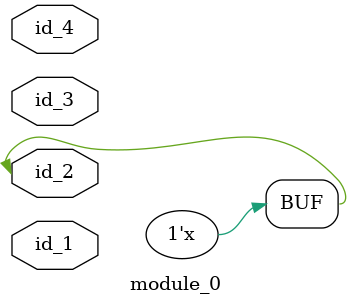
<source format=v>
module module_0 (
    id_1,
    id_2,
    id_3,
    id_4
);
  input id_4;
  input id_3;
  inout id_2;
  inout id_1;
  assign id_1 = (1) ? id_1 : 1;
  always @(*) if (1) id_2 <= id_2;
endmodule

</source>
